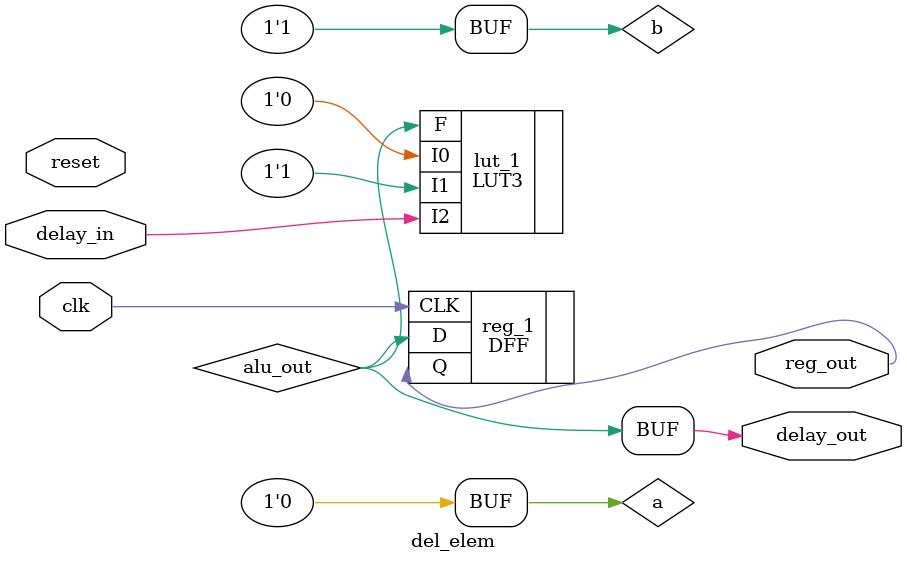
<source format=v>
module del_elem(
    input clk,
    input delay_in,
    input reset,
    output delay_out,
    output reg_out
);

wire a, b, start, alu_out /* synthesis syn_keep=1 */;

assign a = 0;
assign b = 1;
assign delay_out = alu_out;


LUT3 lut_1(
    .I0(a),
    .I1(b),
    .I2(delay_in),
    .F(alu_out)
);

DFF reg_1(
    .D(alu_out),
    .CLK(clk),
    //.RESET(reset),
    .Q(reg_out)
)/*synthesis syn_noprune=1*/;

defparam lut_1.INIT=8'hE0;
defparam reg_1.INIT=1'b0;

endmodule
</source>
